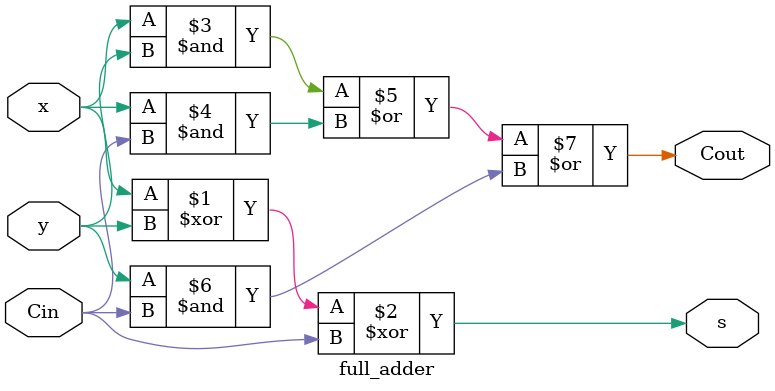
<source format=v>
`timescale 1ns / 1ps


module full_adder(x, y, Cin, s, Cout);
    input x, y, Cin;
    output s, Cout;
    
	assign s = x ^ y ^ Cin;
	assign Cout = (x & y) | (x & Cin) | (y & Cin);
		    
endmodule 

</source>
